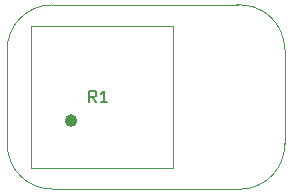
<source format=gbr>
G04 #@! TF.GenerationSoftware,KiCad,Pcbnew,5.1.5-52549c5~84~ubuntu19.04.1*
G04 #@! TF.CreationDate,2020-01-08T00:27:12+01:00*
G04 #@! TF.ProjectId,2x3-Mini-Potentiometer-3386P-TH,3278332d-4d69-46e6-992d-506f74656e74,v1.2*
G04 #@! TF.SameCoordinates,Original*
G04 #@! TF.FileFunction,Other,Fab,Top*
%FSLAX46Y46*%
G04 Gerber Fmt 4.6, Leading zero omitted, Abs format (unit mm)*
G04 Created by KiCad (PCBNEW 5.1.5-52549c5~84~ubuntu19.04.1) date 2020-01-08 00:27:12*
%MOMM*%
%LPD*%
G04 APERTURE LIST*
%ADD10C,0.500000*%
%ADD11C,0.100000*%
%ADD12C,0.040640*%
%ADD13C,0.150000*%
G04 APERTURE END LIST*
D10*
X27716643Y-30105600D02*
G75*
G03X27716643Y-30105600I-282843J0D01*
G01*
D11*
X36033800Y-34105600D02*
X24033800Y-34105600D01*
D12*
X41833800Y-35905600D02*
G75*
G03X45527168Y-32005780I-106632J3799820D01*
G01*
X45533800Y-24105600D02*
G75*
G03X41421976Y-20305600I-3811824J0D01*
G01*
X25833800Y-20304284D02*
G75*
G03X22033800Y-24205600I0J-3801316D01*
G01*
X22032484Y-32105600D02*
G75*
G03X25933800Y-35905600I3801316J0D01*
G01*
X22033800Y-32105600D02*
X22033800Y-24105600D01*
X25833800Y-35905600D02*
X41833800Y-35905600D01*
X25833800Y-20305600D02*
X41533800Y-20305600D01*
X45533800Y-32105600D02*
X45533800Y-24105600D01*
D11*
X36033800Y-22105600D02*
X36033800Y-34105600D01*
X36033800Y-22105600D02*
X24033800Y-22105600D01*
X24033800Y-22105600D02*
X24033800Y-34105600D01*
D13*
X29567133Y-28557980D02*
X29233800Y-28081790D01*
X28995704Y-28557980D02*
X28995704Y-27557980D01*
X29376657Y-27557980D01*
X29471895Y-27605600D01*
X29519514Y-27653219D01*
X29567133Y-27748457D01*
X29567133Y-27891314D01*
X29519514Y-27986552D01*
X29471895Y-28034171D01*
X29376657Y-28081790D01*
X28995704Y-28081790D01*
X30519514Y-28557980D02*
X29948085Y-28557980D01*
X30233800Y-28557980D02*
X30233800Y-27557980D01*
X30138561Y-27700838D01*
X30043323Y-27796076D01*
X29948085Y-27843695D01*
M02*

</source>
